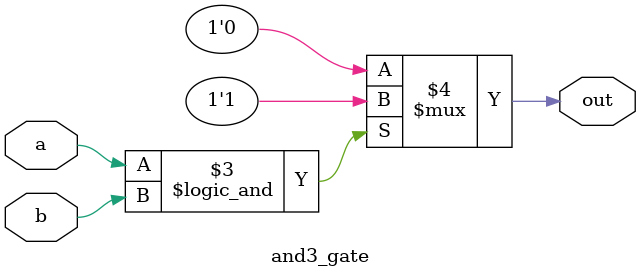
<source format=v>
module and3_gate (
  input a,
  input b,
  output out
);

  assign out = (a == 1'b1 && b == 1'b1) ? 1'b1 : 1'b0; // Check both bits are high

endmodule
</source>
